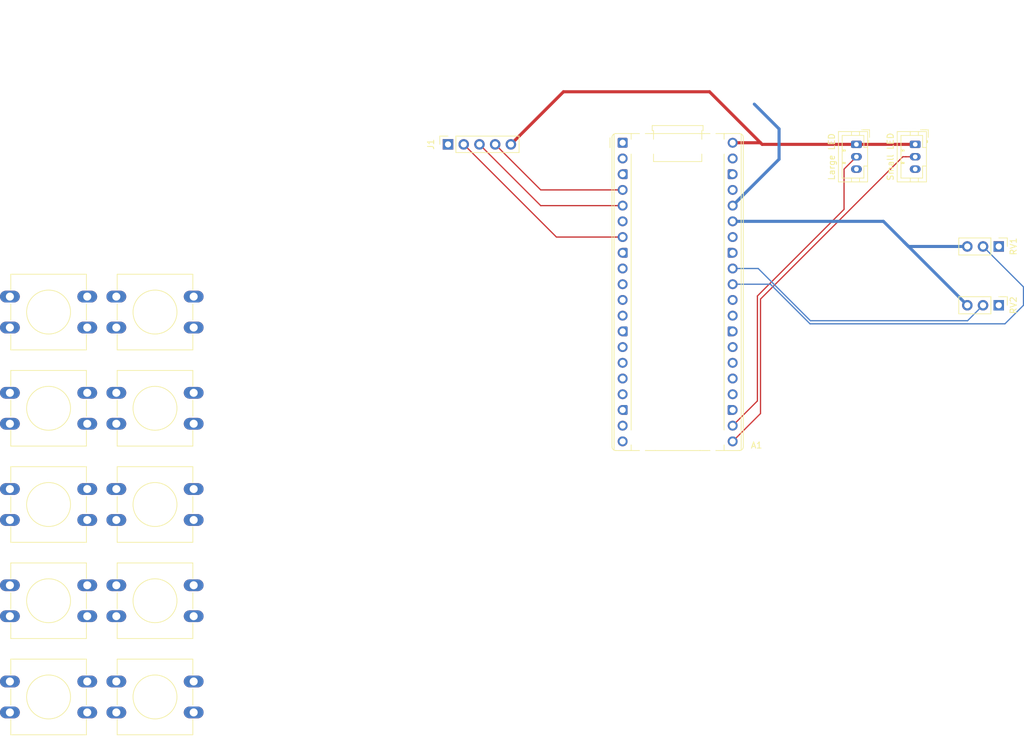
<source format=kicad_pcb>
(kicad_pcb (version 20241229) (generator "pcbnew") (generator_version "9.0")
  (layers (0 "F.Cu" signal) (2 "B.Cu" signal) (13 "F.Paste" user) (15 "B.Paste" user) (5 "F.SilkS" user "F.Silkscreen") (7 "B.SilkS" user "B.Silkscreen") (1 "F.Mask" user) (3 "B.Mask" user) (25 "Edge.Cuts" user))
  (net 0 "")
  (net 12 "Net-(A1-GPIO3)")
  (net 13 "GND")
  (net 14 "Net-(A1-ADC_VREF)")
  (net 15 "Net-(A1-GPIO2)")
  (net 16 "Net-(A1-GPIO17)")
  (net 17 "Net-(A1-GPIO27_ADC1)")
  (net 18 "Net-(A1-AGND)")
  (net 19 "+3.3V")
  (net 20 "Net-(A1-GPIO26_ADC0)")
  (net 21 "Net-(A1-GPIO5)")
  (net 22 "Net-(A1-GPIO16)")
  (net 23 "+5V")
  (net 24 "/GP12")
  (net 25 "/GP14")
  (net 26 "/GP11")
  (net 27 "/GP8")
  (net 28 "/GP7")
  (net 29 "/GP15")
  (net 30 "/GP13")
  (net 32 "/GP6")
  (net 33 "/GP10")
  (net 34 "/GP9")
  (footprint "Connector_PinHeader_2.54mm:PinHeader_1x03_P2.54mm_Vertical" (layer "F.Cu") (at 198 109 -90)
    (property "Reference" "RV2" (at 0 -2.38 90) (layer "F.SilkS"))
    (property "Value" "R_1" (hide yes))
    (fp_line (start -1.38 6.46) (end 1.38 6.46) (stroke (width 0.12)) (layer "F.SilkS"))
    (fp_line (start -1.38 1.27) (end -1.38 6.46) (stroke (width 0.12)) (layer "F.SilkS"))
    (fp_line (start -1.38 1.27) (end 1.38 1.27) (stroke (width 0.12)) (layer "F.SilkS"))
    (fp_line (start 1.38 1.27) (end 1.38 6.46) (stroke (width 0.12)) (layer "F.SilkS"))
    (fp_line (start -1.38 0) (end -1.38 -1.38) (stroke (width 0.12)) (layer "F.SilkS"))
    (fp_line (start -1.38 -1.38) (end 0 -1.38) (stroke (width 0.12)) (layer "F.SilkS"))
    (pad "1" thru_hole rect (at 0 0 270) (size 1.7 1.7) (drill 1) (layers "*.Cu" "*.Mask") (net 18 "Net-(A1-AGND)"))
    (pad "2" thru_hole circle (at 0 2.54 270) (size 1.7 1.7) (drill 1) (layers "*.Cu" "*.Mask") (net 17 "Net-(A1-GPIO27_ADC1)"))
    (pad "3" thru_hole circle (at 0 5.08 270) (size 1.7 1.7) (drill 1) (layers "*.Cu" "*.Mask") (net 14 "Net-(A1-ADC_VREF)"))
  )
  (footprint "Connector_JST:JST_PH_B3B-PH-K_1x03_P2.00mm_Vertical" (layer "F.Cu") (at 175 83 -90)
    (property "Reference" "J2" (hide yes))
    (property "Value" "Large LED" (at 2 4 90) (layer "F.SilkS"))
    (fp_line (start -2.06 2.91) (end 6.06 2.91) (stroke (width 0.12)) (layer "F.SilkS"))
    (fp_line (start 6.06 2.91) (end 6.06 -1.81) (stroke (width 0.12)) (layer "F.SilkS"))
    (fp_line (start -1.45 2.3) (end 5.45 2.3) (stroke (width 0.12)) (layer "F.SilkS"))
    (fp_line (start 0.9 2.3) (end 0.9 1.8) (stroke (width 0.12)) (layer "F.SilkS"))
    (fp_line (start 1 2.3) (end 1 1.8) (stroke (width 0.12)) (layer "F.SilkS"))
    (fp_line (start 2.9 2.3) (end 2.9 1.8) (stroke (width 0.12)) (layer "F.SilkS"))
    (fp_line (start 3 2.3) (end 3 1.8) (stroke (width 0.12)) (layer "F.SilkS"))
    (fp_line (start 5.45 2.3) (end 5.45 -1.2) (stroke (width 0.12)) (layer "F.SilkS"))
    (fp_line (start 0.9 1.8) (end 1.1 1.8) (stroke (width 0.12)) (layer "F.SilkS"))
    (fp_line (start 1.1 1.8) (end 1.1 2.3) (stroke (width 0.12)) (layer "F.SilkS"))
    (fp_line (start 2.9 1.8) (end 3.1 1.8) (stroke (width 0.12)) (layer "F.SilkS"))
    (fp_line (start 3.1 1.8) (end 3.1 2.3) (stroke (width 0.12)) (layer "F.SilkS"))
    (fp_line (start -2.06 0.8) (end -1.45 0.8) (stroke (width 0.12)) (layer "F.SilkS"))
    (fp_line (start 6.06 0.8) (end 5.45 0.8) (stroke (width 0.12)) (layer "F.SilkS"))
    (fp_line (start -2.06 -0.5) (end -1.45 -0.5) (stroke (width 0.12)) (layer "F.SilkS"))
    (fp_line (start 6.06 -0.5) (end 5.45 -0.5) (stroke (width 0.12)) (layer "F.SilkS"))
    (fp_line (start -1.45 -1.2) (end -1.45 2.3) (stroke (width 0.12)) (layer "F.SilkS"))
    (fp_line (start 0.5 -1.2) (end -1.45 -1.2) (stroke (width 0.12)) (layer "F.SilkS"))
    (fp_line (start 3.5 -1.2) (end 3.5 -1.81) (stroke (width 0.12)) (layer "F.SilkS"))
    (fp_line (start 5.45 -1.2) (end 3.5 -1.2) (stroke (width 0.12)) (layer "F.SilkS"))
    (fp_line (start -2.06 -1.81) (end -2.06 2.91) (stroke (width 0.12)) (layer "F.SilkS"))
    (fp_line (start -0.3 -1.81) (end -0.3 -2.01) (stroke (width 0.12)) (layer "F.SilkS"))
    (fp_line (start 0.5 -1.81) (end 0.5 -1.2) (stroke (width 0.12)) (layer "F.SilkS"))
    (fp_line (start 6.06 -1.81) (end -2.06 -1.81) (stroke (width 0.12)) (layer "F.SilkS"))
    (fp_line (start -0.3 -1.91) (end -0.6 -1.91) (stroke (width 0.12)) (layer "F.SilkS"))
    (fp_line (start -0.6 -2.01) (end -0.6 -1.81) (stroke (width 0.12)) (layer "F.SilkS"))
    (fp_line (start -0.3 -2.01) (end -0.6 -2.01) (stroke (width 0.12)) (layer "F.SilkS"))
    (fp_line (start -2.36 -2.11) (end -2.36 -0.86) (stroke (width 0.12)) (layer "F.SilkS"))
    (fp_line (start -1.11 -2.11) (end -2.36 -2.11) (stroke (width 0.12)) (layer "F.SilkS"))
    (pad "1" thru_hole roundrect (at 0 0 270) (size 1.2 1.75) (drill 0.75) (layers "*.Cu" "*.Mask") (roundrect_rratio 0.208333) (net 23 "+5V"))
    (pad "2" thru_hole oval (at 2 0 270) (size 1.2 1.75) (drill 0.75) (layers "*.Cu" "*.Mask") (net 16 "Net-(A1-GPIO17)"))
    (pad "3" thru_hole oval (at 4 0 270) (size 1.2 1.75) (drill 0.75) (layers "*.Cu" "*.Mask") (net 13 "GND"))
  )
  (footprint "Button_Switch_THT:SW_PUSH-12mm" (layer "F.Cu") (at 67.9 174.8 180)
    (property "Reference" "SW1" (hide yes))
    (property "Value" "SW_Push" (hide yes))
    (fp_line (start 12.36 8.61) (end 0.14 8.61) (stroke (width 0.12)) (layer "F.SilkS"))
    (fp_line (start 12.36 6.1) (end 12.36 8.61) (stroke (width 0.12)) (layer "F.SilkS"))
    (fp_line (start 12.36 1.2) (end 12.36 3.8) (stroke (width 0.12)) (layer "F.SilkS"))
    (fp_line (start 12.36 -3.61) (end 12.36 -1.1) (stroke (width 0.12)) (layer "F.SilkS"))
    (fp_line (start 0.14 6.1) (end 0.14 8.61) (stroke (width 0.12)) (layer "F.SilkS"))
    (fp_line (start 0.14 1.2) (end 0.14 3.8) (stroke (width 0.12)) (layer "F.SilkS"))
    (fp_line (start 0.14 -3.61) (end 12.36 -3.61) (stroke (width 0.12)) (layer "F.SilkS"))
    (fp_line (start 0.14 -3.61) (end 0.14 -1.1) (stroke (width 0.12)) (layer "F.SilkS"))
    (fp_circle (center 6.25 2.5) (end 9.8 2.5) (stroke (width 0.12)) (fill no) (layer "F.SilkS"))
    (pad "1" thru_hole oval (at 0 0 180) (size 3.2 1.9) (drill 1.3) (layers "*.Cu" "*.Mask") (net 19 "+3.3V"))
    (pad "1" thru_hole oval (at 12.5 0 180) (size 3.2 1.9) (drill 1.3) (layers "*.Cu" "*.Mask") (net 19 "+3.3V"))
    (pad "2" thru_hole oval (at 0 5 180) (size 3.2 1.9) (drill 1.3) (layers "*.Cu" "*.Mask") (net 32 "/GP6"))
    (pad "2" thru_hole oval (at 12.5 5 180) (size 3.2 1.9) (drill 1.3) (layers "*.Cu" "*.Mask") (net 32 "/GP6"))
  )
  (footprint "Button_Switch_THT:SW_PUSH-12mm" (layer "F.Cu") (at 50.7 112.6 180)
    (property "Reference" "SW10" (hide yes))
    (property "Value" "SW_Push" (hide yes))
    (fp_line (start 12.36 8.61) (end 0.14 8.61) (stroke (width 0.12)) (layer "F.SilkS"))
    (fp_line (start 12.36 6.1) (end 12.36 8.61) (stroke (width 0.12)) (layer "F.SilkS"))
    (fp_line (start 12.36 1.2) (end 12.36 3.8) (stroke (width 0.12)) (layer "F.SilkS"))
    (fp_line (start 12.36 -3.61) (end 12.36 -1.1) (stroke (width 0.12)) (layer "F.SilkS"))
    (fp_line (start 0.14 6.1) (end 0.14 8.61) (stroke (width 0.12)) (layer "F.SilkS"))
    (fp_line (start 0.14 1.2) (end 0.14 3.8) (stroke (width 0.12)) (layer "F.SilkS"))
    (fp_line (start 0.14 -3.61) (end 12.36 -3.61) (stroke (width 0.12)) (layer "F.SilkS"))
    (fp_line (start 0.14 -3.61) (end 0.14 -1.1) (stroke (width 0.12)) (layer "F.SilkS"))
    (fp_circle (center 6.25 2.5) (end 9.8 2.5) (stroke (width 0.12)) (fill no) (layer "F.SilkS"))
    (pad "1" thru_hole oval (at 0 0 180) (size 3.2 1.9) (drill 1.3) (layers "*.Cu" "*.Mask") (net 19 "+3.3V"))
    (pad "1" thru_hole oval (at 12.5 0 180) (size 3.2 1.9) (drill 1.3) (layers "*.Cu" "*.Mask") (net 19 "+3.3V"))
    (pad "2" thru_hole oval (at 0 5 180) (size 3.2 1.9) (drill 1.3) (layers "*.Cu" "*.Mask") (net 29 "/GP15"))
    (pad "2" thru_hole oval (at 12.5 5 180) (size 3.2 1.9) (drill 1.3) (layers "*.Cu" "*.Mask") (net 29 "/GP15"))
  )
  (footprint "Connector_PinSocket_2.54mm:PinSocket_1x05_P2.54mm_Vertical" (layer "F.Cu") (at 109 83 90)
    (property "Reference" "J1" (at 0 -2.77 90) (layer "F.SilkS"))
    (property "Value" "MAX7219")
    (fp_line (start 1.33 -1.33) (end 1.33 0) (stroke (width 0.12)) (layer "F.SilkS"))
    (fp_line (start 0 -1.33) (end 1.33 -1.33) (stroke (width 0.12)) (layer "F.SilkS"))
    (fp_line (start 1.33 1.27) (end 1.33 11.49) (stroke (width 0.12)) (layer "F.SilkS"))
    (fp_line (start -1.33 1.27) (end 1.33 1.27) (stroke (width 0.12)) (layer "F.SilkS"))
    (fp_line (start -1.33 1.27) (end -1.33 11.49) (stroke (width 0.12)) (layer "F.SilkS"))
    (fp_line (start -1.33 11.49) (end 1.33 11.49) (stroke (width 0.12)) (layer "F.SilkS"))
    (pad "1" thru_hole rect (at 0 0 90) (size 1.7 1.7) (drill 1) (layers "*.Cu" "*.Mask") (net 13 "GND"))
    (pad "2" thru_hole circle (at 0 2.54 90) (size 1.7 1.7) (drill 1) (layers "*.Cu" "*.Mask") (net 21 "Net-(A1-GPIO5)"))
    (pad "3" thru_hole circle (at 0 5.08 90) (size 1.7 1.7) (drill 1) (layers "*.Cu" "*.Mask") (net 12 "Net-(A1-GPIO3)"))
    (pad "4" thru_hole circle (at 0 7.62 90) (size 1.7 1.7) (drill 1) (layers "*.Cu" "*.Mask") (net 15 "Net-(A1-GPIO2)"))
    (pad "5" thru_hole circle (at 0 10.16 90) (size 1.7 1.7) (drill 1) (layers "*.Cu" "*.Mask") (net 23 "+5V"))
  )
  (footprint "Module:RaspberryPi_Pico_Common_THT" (layer "F.Cu") (at 137.22 82.74)
    (property "Reference" "A1" (at 20.6375 48.895 0) (layer "F.SilkS") (effects (justify left)))
    (property "Value" "RaspberryPi_Pico")
    (fp_line (start -2.04 0.8) (end -2.04 -0.8) (stroke (width 0.12)) (layer "F.SilkS"))
    (fp_line (start -1.72 -0.87) (end -1.72 49.13) (stroke (width 0.12)) (layer "F.SilkS"))
    (fp_line (start -1.38 -1.417) (end -1.38 49.677) (stroke (width 0.12)) (layer "F.SilkS"))
    (fp_line (start -1.11 -1.48) (end 1.38 -1.48) (stroke (width 0.12)) (layer "F.SilkS"))
    (fp_line (start -1.11 49.74) (end 2.727939 49.74) (stroke (width 0.12)) (layer "F.SilkS"))
    (fp_line (start 1.38 -1.48) (end 1.38 -0.56648) (stroke (width 0.12)) (layer "F.SilkS"))
    (fp_line (start 1.38 -1.48) (end 2.72794 -1.48) (stroke (width 0.12)) (layer "F.SilkS"))
    (fp_line (start 1.38 1.82648) (end 1.38 46.43352) (stroke (width 0.12)) (layer "F.SilkS"))
    (fp_line (start 1.38 48.82648) (end 1.38 49.74) (stroke (width 0.12)) (layer "F.SilkS"))
    (fp_line (start 3.652061 -1.48) (end 4.655 -1.48) (stroke (width 0.12)) (layer "F.SilkS"))
    (fp_line (start 4.655 -1.48) (end 13.125 -1.48) (stroke (width 0.12)) (layer "F.SilkS"))
    (fp_line (start 4.78 -2.78) (end 4.78 -1.96) (stroke (width 0.12)) (layer "F.SilkS"))
    (fp_line (start 4.78 -2.78) (end 13 -2.78) (stroke (width 0.12)) (layer "F.SilkS"))
    (fp_line (start 4.78 -1.96) (end 4.99 -1.96) (stroke (width 0.12)) (layer "F.SilkS"))
    (fp_line (start 4.99 -1.96) (end 4.99 -0.564) (stroke (width 0.12)) (layer "F.SilkS"))
    (fp_line (start 4.99 1.824) (end 4.99 3.04) (stroke (width 0.12)) (layer "F.SilkS"))
    (fp_line (start 5.29 49.74) (end 3.652061 49.74) (stroke (width 0.12)) (layer "F.SilkS"))
    (fp_line (start 12.49 49.74) (end 5.29 49.74) (stroke (width 0.12)) (layer "F.SilkS"))
    (fp_line (start 12.79 -1.96) (end 12.79 -0.564) (stroke (width 0.12)) (layer "F.SilkS"))
    (fp_line (start 12.79 1.824) (end 12.79 3.04) (stroke (width 0.12)) (layer "F.SilkS"))
    (fp_line (start 12.79 3.04) (end 4.99 3.04) (stroke (width 0.12)) (layer "F.SilkS"))
    (fp_line (start 13 -2.78) (end 13 -1.96) (stroke (width 0.12)) (layer "F.SilkS"))
    (fp_line (start 13 -1.96) (end 12.79 -1.96) (stroke (width 0.12)) (layer "F.SilkS"))
    (fp_line (start 13.125 -1.48) (end 14.127939 -1.48) (stroke (width 0.12)) (layer "F.SilkS"))
    (fp_line (start 14.127939 49.74) (end 12.49 49.74) (stroke (width 0.12)) (layer "F.SilkS"))
    (fp_line (start 15.052061 -1.48) (end 16.4 -1.48) (stroke (width 0.12)) (layer "F.SilkS"))
    (fp_line (start 15.052061 49.74) (end 18.89 49.74) (stroke (width 0.12)) (layer "F.SilkS"))
    (fp_line (start 16.4 -1.48) (end 16.4 -0.56648) (stroke (width 0.12)) (layer "F.SilkS"))
    (fp_line (start 16.4 1.82648) (end 16.4 46.43352) (stroke (width 0.12)) (layer "F.SilkS"))
    (fp_line (start 16.4 48.82648) (end 16.4 49.74) (stroke (width 0.12)) (layer "F.SilkS"))
    (fp_line (start 18.89 -1.48) (end 16.4 -1.48) (stroke (width 0.12)) (layer "F.SilkS"))
    (fp_line (start 19.16 49.677) (end 19.16 -1.417) (stroke (width 0.12)) (layer "F.SilkS"))
    (fp_line (start 19.5 -0.87) (end 19.5 49.13) (stroke (width 0.12)) (layer "F.SilkS"))
    (fp_arc (start -1.72 -0.87) (mid -1.541335 -1.301335) (end -1.11 -1.48) (stroke (width 0.12)) (layer "F.SilkS"))
    (fp_arc (start -1.11 49.74) (mid -1.541364 49.561364) (end -1.72 49.13) (stroke (width 0.12)) (layer "F.SilkS"))
    (fp_arc (start 18.89 -1.48) (mid 19.321335 -1.301335) (end 19.5 -0.87) (stroke (width 0.12)) (layer "F.SilkS"))
    (fp_arc (start 19.5 49.13) (mid 19.321335 49.561335) (end 18.89 49.74) (stroke (width 0.12)) (layer "F.SilkS"))
    (pad "1" thru_hole roundrect (at 0 0) (size 1.6 1.6) (drill 1) (layers "*.Cu" "*.Mask") (roundrect_rratio 0.125))
    (pad "2" thru_hole circle (at 0 2.54) (size 1.6 1.6) (drill 1) (layers "*.Cu" "*.Mask"))
    (pad "3" thru_hole custom (at 0 5.08) (size 1.6 1.6) (drill 1) (layers "*.Cu" "*.Mask") (net 13 "GND") (options (clearance outline) (anchor circle)) (primitives (gr_poly (pts (xy 0.8 0.6) (xy 0.8 -0.6) (xy 0.6 -0.8) (xy 0 -0.8) (xy 0 0.8) (xy 0.6 0.8)) (width 0) (fill yes)) (gr_circle (center 0.6 0.6) (end 0.8 0.6) (width 0) (fill yes)) (gr_circle (center 0.6 -0.6) (end 0.8 -0.6) (width 0) (fill yes))))
    (pad "4" thru_hole circle (at 0 7.62) (size 1.6 1.6) (drill 1) (layers "*.Cu" "*.Mask") (net 15 "Net-(A1-GPIO2)"))
    (pad "5" thru_hole circle (at 0 10.16) (size 1.6 1.6) (drill 1) (layers "*.Cu" "*.Mask") (net 12 "Net-(A1-GPIO3)"))
    (pad "6" thru_hole circle (at 0 12.7) (size 1.6 1.6) (drill 1) (layers "*.Cu" "*.Mask"))
    (pad "7" thru_hole circle (at 0 15.24) (size 1.6 1.6) (drill 1) (layers "*.Cu" "*.Mask") (net 21 "Net-(A1-GPIO5)"))
    (pad "8" thru_hole custom (at 0 17.78) (size 1.6 1.6) (drill 1) (layers "*.Cu" "*.Mask") (net 13 "GND") (options (clearance outline) (anchor circle)) (primitives (gr_poly (pts (xy 0.8 0.6) (xy 0.8 -0.6) (xy 0.6 -0.8) (xy 0 -0.8) (xy 0 0.8) (xy 0.6 0.8)) (width 0) (fill yes)) (gr_circle (center 0.6 0.6) (end 0.8 0.6) (width 0) (fill yes)) (gr_circle (center 0.6 -0.6) (end 0.8 -0.6) (width 0) (fill yes))))
    (pad "9" thru_hole circle (at 0 20.32) (size 1.6 1.6) (drill 1) (layers "*.Cu" "*.Mask") (net 32 "/GP6"))
    (pad "10" thru_hole circle (at 0 22.86) (size 1.6 1.6) (drill 1) (layers "*.Cu" "*.Mask") (net 28 "/GP7"))
    (pad "11" thru_hole circle (at 0 25.4) (size 1.6 1.6) (drill 1) (layers "*.Cu" "*.Mask") (net 27 "/GP8"))
    (pad "12" thru_hole circle (at 0 27.94) (size 1.6 1.6) (drill 1) (layers "*.Cu" "*.Mask") (net 34 "/GP9"))
    (pad "13" thru_hole custom (at 0 30.48) (size 1.6 1.6) (drill 1) (layers "*.Cu" "*.Mask") (net 13 "GND") (options (clearance outline) (anchor circle)) (primitives (gr_poly (pts (xy 0.8 0.6) (xy 0.8 -0.6) (xy 0.6 -0.8) (xy 0 -0.8) (xy 0 0.8) (xy 0.6 0.8)) (width 0) (fill yes)) (gr_circle (center 0.6 0.6) (end 0.8 0.6) (width 0) (fill yes)) (gr_circle (center 0.6 -0.6) (end 0.8 -0.6) (width 0) (fill yes))))
    (pad "14" thru_hole circle (at 0 33.02) (size 1.6 1.6) (drill 1) (layers "*.Cu" "*.Mask") (net 33 "/GP10"))
    (pad "15" thru_hole circle (at 0 35.56) (size 1.6 1.6) (drill 1) (layers "*.Cu" "*.Mask") (net 26 "/GP11"))
    (pad "16" thru_hole circle (at 0 38.1) (size 1.6 1.6) (drill 1) (layers "*.Cu" "*.Mask") (net 24 "/GP12"))
    (pad "17" thru_hole circle (at 0 40.64) (size 1.6 1.6) (drill 1) (layers "*.Cu" "*.Mask") (net 30 "/GP13"))
    (pad "18" thru_hole custom (at 0 43.18) (size 1.6 1.6) (drill 1) (layers "*.Cu" "*.Mask") (net 13 "GND") (options (clearance outline) (anchor circle)) (primitives (gr_poly (pts (xy 0.8 0.6) (xy 0.8 -0.6) (xy 0.6 -0.8) (xy 0 -0.8) (xy 0 0.8) (xy 0.6 0.8)) (width 0) (fill yes)) (gr_circle (center 0.6 0.6) (end 0.8 0.6) (width 0) (fill yes)) (gr_circle (center 0.6 -0.6) (end 0.8 -0.6) (width 0) (fill yes))))
    (pad "19" thru_hole circle (at 0 45.72) (size 1.6 1.6) (drill 1) (layers "*.Cu" "*.Mask") (net 25 "/GP14"))
    (pad "20" thru_hole circle (at 0 48.26) (size 1.6 1.6) (drill 1) (layers "*.Cu" "*.Mask") (net 29 "/GP15"))
    (pad "21" thru_hole circle (at 17.78 48.26) (size 1.6 1.6) (drill 1) (layers "*.Cu" "*.Mask") (net 22 "Net-(A1-GPIO16)"))
    (pad "22" thru_hole circle (at 17.78 45.72) (size 1.6 1.6) (drill 1) (layers "*.Cu" "*.Mask") (net 16 "Net-(A1-GPIO17)"))
    (pad "23" thru_hole custom (at 17.78 43.18) (size 1.6 1.6) (drill 1) (layers "*.Cu" "*.Mask") (net 13 "GND") (options (clearance outline) (anchor circle)) (primitives (gr_poly (pts (xy -0.8 0.6) (xy -0.8 -0.6) (xy -0.6 -0.8) (xy 0 -0.8) (xy 0 0.8) (xy -0.6 0.8)) (width 0) (fill yes)) (gr_circle (center -0.6 0.6) (end -0.4 0.6) (width 0) (fill yes)) (gr_circle (center -0.6 -0.6) (end -0.4 -0.6) (width 0) (fill yes))))
    (pad "24" thru_hole circle (at 17.78 40.64) (size 1.6 1.6) (drill 1) (layers "*.Cu" "*.Mask"))
    (pad "25" thru_hole circle (at 17.78 38.1) (size 1.6 1.6) (drill 1) (layers "*.Cu" "*.Mask"))
    (pad "26" thru_hole circle (at 17.78 35.56) (size 1.6 1.6) (drill 1) (layers "*.Cu" "*.Mask"))
    (pad "27" thru_hole circle (at 17.78 33.02) (size 1.6 1.6) (drill 1) (layers "*.Cu" "*.Mask"))
    (pad "28" thru_hole custom (at 17.78 30.48) (size 1.6 1.6) (drill 1) (layers "*.Cu" "*.Mask") (net 13 "GND") (options (clearance outline) (anchor circle)) (primitives (gr_poly (pts (xy -0.8 0.6) (xy -0.8 -0.6) (xy -0.6 -0.8) (xy 0 -0.8) (xy 0 0.8) (xy -0.6 0.8)) (width 0) (fill yes)) (gr_circle (center -0.6 0.6) (end -0.4 0.6) (width 0) (fill yes)) (gr_circle (center -0.6 -0.6) (end -0.4 -0.6) (width 0) (fill yes))))
    (pad "29" thru_hole circle (at 17.78 27.94) (size 1.6 1.6) (drill 1) (layers "*.Cu" "*.Mask"))
    (pad "30" thru_hole circle (at 17.78 25.4) (size 1.6 1.6) (drill 1) (layers "*.Cu" "*.Mask"))
    (pad "31" thru_hole circle (at 17.78 22.86) (size 1.6 1.6) (drill 1) (layers "*.Cu" "*.Mask") (net 20 "Net-(A1-GPIO26_ADC0)"))
    (pad "32" thru_hole circle (at 17.78 20.32) (size 1.6 1.6) (drill 1) (layers "*.Cu" "*.Mask") (net 17 "Net-(A1-GPIO27_ADC1)"))
    (pad "33" thru_hole custom (at 17.78 17.78) (size 1.6 1.6) (drill 1) (layers "*.Cu" "*.Mask") (net 18 "Net-(A1-AGND)") (options (clearance outline) (anchor circle)) (primitives (gr_poly (pts (xy -0.8 0.6) (xy -0.8 -0.6) (xy -0.6 -0.8) (xy 0 -0.8) (xy 0 0.8) (xy -0.6 0.8)) (width 0) (fill yes)) (gr_circle (center -0.6 0.6) (end -0.4 0.6) (width 0) (fill yes)) (gr_circle (center -0.6 -0.6) (end -0.4 -0.6) (width 0) (fill yes))))
    (pad "34" thru_hole circle (at 17.78 15.24) (size 1.6 1.6) (drill 1) (layers "*.Cu" "*.Mask"))
    (pad "35" thru_hole circle (at 17.78 12.7) (size 1.6 1.6) (drill 1) (layers "*.Cu" "*.Mask") (net 14 "Net-(A1-ADC_VREF)"))
    (pad "36" thru_hole circle (at 17.78 10.16) (size 1.6 1.6) (drill 1) (layers "*.Cu" "*.Mask") (net 19 "+3.3V"))
    (pad "37" thru_hole circle (at 17.78 7.62) (size 1.6 1.6) (drill 1) (layers "*.Cu" "*.Mask"))
    (pad "38" thru_hole custom (at 17.78 5.08) (size 1.6 1.6) (drill 1) (layers "*.Cu" "*.Mask") (net 13 "GND") (options (clearance outline) (anchor circle)) (primitives (gr_poly (pts (xy -0.8 0.6) (xy -0.8 -0.6) (xy -0.6 -0.8) (xy 0 -0.8) (xy 0 0.8) (xy -0.6 0.8)) (width 0) (fill yes)) (gr_circle (center -0.6 0.6) (end -0.4 0.6) (width 0) (fill yes)) (gr_circle (center -0.6 -0.6) (end -0.4 -0.6) (width 0) (fill yes))))
    (pad "39" thru_hole circle (at 17.78 2.54) (size 1.6 1.6) (drill 1) (layers "*.Cu" "*.Mask"))
    (pad "40" thru_hole circle (at 17.78 0) (size 1.6 1.6) (drill 1) (layers "*.Cu" "*.Mask") (net 23 "+5V"))
  )
  (footprint "Button_Switch_THT:SW_PUSH-12mm" (layer "F.Cu") (at 67.9 112.6 180)
    (property "Reference" "SW5" (hide yes))
    (property "Value" "SW_Push" (hide yes))
    (fp_line (start 12.36 8.61) (end 0.14 8.61) (stroke (width 0.12)) (layer "F.SilkS"))
    (fp_line (start 12.36 6.1) (end 12.36 8.61) (stroke (width 0.12)) (layer "F.SilkS"))
    (fp_line (start 12.36 1.2) (end 12.36 3.8) (stroke (width 0.12)) (layer "F.SilkS"))
    (fp_line (start 12.36 -3.61) (end 12.36 -1.1) (stroke (width 0.12)) (layer "F.SilkS"))
    (fp_line (start 0.14 6.1) (end 0.14 8.61) (stroke (width 0.12)) (layer "F.SilkS"))
    (fp_line (start 0.14 1.2) (end 0.14 3.8) (stroke (width 0.12)) (layer "F.SilkS"))
    (fp_line (start 0.14 -3.61) (end 12.36 -3.61) (stroke (width 0.12)) (layer "F.SilkS"))
    (fp_line (start 0.14 -3.61) (end 0.14 -1.1) (stroke (width 0.12)) (layer "F.SilkS"))
    (fp_circle (center 6.25 2.5) (end 9.8 2.5) (stroke (width 0.12)) (fill no) (layer "F.SilkS"))
    (pad "1" thru_hole oval (at 0 0 180) (size 3.2 1.9) (drill 1.3) (layers "*.Cu" "*.Mask") (net 19 "+3.3V"))
    (pad "1" thru_hole oval (at 12.5 0 180) (size 3.2 1.9) (drill 1.3) (layers "*.Cu" "*.Mask") (net 19 "+3.3V"))
    (pad "2" thru_hole oval (at 0 5 180) (size 3.2 1.9) (drill 1.3) (layers "*.Cu" "*.Mask") (net 33 "/GP10"))
    (pad "2" thru_hole oval (at 12.5 5 180) (size 3.2 1.9) (drill 1.3) (layers "*.Cu" "*.Mask") (net 33 "/GP10"))
  )
  (footprint "Button_Switch_THT:SW_PUSH-12mm" (layer "F.Cu") (at 67.9 159.25 180)
    (property "Reference" "SW2" (hide yes))
    (property "Value" "SW_Push" (hide yes))
    (fp_line (start 12.36 8.61) (end 0.14 8.61) (stroke (width 0.12)) (layer "F.SilkS"))
    (fp_line (start 12.36 6.1) (end 12.36 8.61) (stroke (width 0.12)) (layer "F.SilkS"))
    (fp_line (start 12.36 1.2) (end 12.36 3.8) (stroke (width 0.12)) (layer "F.SilkS"))
    (fp_line (start 12.36 -3.61) (end 12.36 -1.1) (stroke (width 0.12)) (layer "F.SilkS"))
    (fp_line (start 0.14 6.1) (end 0.14 8.61) (stroke (width 0.12)) (layer "F.SilkS"))
    (fp_line (start 0.14 1.2) (end 0.14 3.8) (stroke (width 0.12)) (layer "F.SilkS"))
    (fp_line (start 0.14 -3.61) (end 12.36 -3.61) (stroke (width 0.12)) (layer "F.SilkS"))
    (fp_line (start 0.14 -3.61) (end 0.14 -1.1) (stroke (width 0.12)) (layer "F.SilkS"))
    (fp_circle (center 6.25 2.5) (end 9.8 2.5) (stroke (width 0.12)) (fill no) (layer "F.SilkS"))
    (pad "1" thru_hole oval (at 0 0 180) (size 3.2 1.9) (drill 1.3) (layers "*.Cu" "*.Mask") (net 19 "+3.3V"))
    (pad "1" thru_hole oval (at 12.5 0 180) (size 3.2 1.9) (drill 1.3) (layers "*.Cu" "*.Mask") (net 19 "+3.3V"))
    (pad "2" thru_hole oval (at 0 5 180) (size 3.2 1.9) (drill 1.3) (layers "*.Cu" "*.Mask") (net 28 "/GP7"))
    (pad "2" thru_hole oval (at 12.5 5 180) (size 3.2 1.9) (drill 1.3) (layers "*.Cu" "*.Mask") (net 28 "/GP7"))
  )
  (footprint "Connector_PinHeader_2.54mm:PinHeader_1x03_P2.54mm_Vertical" (layer "F.Cu") (at 198 99.5 -90)
    (property "Reference" "RV1" (at 0 -2.38 90) (layer "F.SilkS"))
    (property "Value" "R_1" (hide yes))
    (fp_line (start -1.38 6.46) (end 1.38 6.46) (stroke (width 0.12)) (layer "F.SilkS"))
    (fp_line (start -1.38 1.27) (end -1.38 6.46) (stroke (width 0.12)) (layer "F.SilkS"))
    (fp_line (start -1.38 1.27) (end 1.38 1.27) (stroke (width 0.12)) (layer "F.SilkS"))
    (fp_line (start 1.38 1.27) (end 1.38 6.46) (stroke (width 0.12)) (layer "F.SilkS"))
    (fp_line (start -1.38 0) (end -1.38 -1.38) (stroke (width 0.12)) (layer "F.SilkS"))
    (fp_line (start -1.38 -1.38) (end 0 -1.38) (stroke (width 0.12)) (layer "F.SilkS"))
    (pad "1" thru_hole rect (at 0 0 270) (size 1.7 1.7) (drill 1) (layers "*.Cu" "*.Mask") (net 18 "Net-(A1-AGND)"))
    (pad "2" thru_hole circle (at 0 2.54 270) (size 1.7 1.7) (drill 1) (layers "*.Cu" "*.Mask") (net 20 "Net-(A1-GPIO26_ADC0)"))
    (pad "3" thru_hole circle (at 0 5.08 270) (size 1.7 1.7) (drill 1) (layers "*.Cu" "*.Mask") (net 14 "Net-(A1-ADC_VREF)"))
  )
  (footprint "Button_Switch_THT:SW_PUSH-12mm" (layer "F.Cu") (at 67.9 128.15 180)
    (property "Reference" "SW4" (hide yes))
    (property "Value" "SW_Push" (hide yes))
    (fp_line (start 12.36 8.61) (end 0.14 8.61) (stroke (width 0.12)) (layer "F.SilkS"))
    (fp_line (start 12.36 6.1) (end 12.36 8.61) (stroke (width 0.12)) (layer "F.SilkS"))
    (fp_line (start 12.36 1.2) (end 12.36 3.8) (stroke (width 0.12)) (layer "F.SilkS"))
    (fp_line (start 12.36 -3.61) (end 12.36 -1.1) (stroke (width 0.12)) (layer "F.SilkS"))
    (fp_line (start 0.14 6.1) (end 0.14 8.61) (stroke (width 0.12)) (layer "F.SilkS"))
    (fp_line (start 0.14 1.2) (end 0.14 3.8) (stroke (width 0.12)) (layer "F.SilkS"))
    (fp_line (start 0.14 -3.61) (end 12.36 -3.61) (stroke (width 0.12)) (layer "F.SilkS"))
    (fp_line (start 0.14 -3.61) (end 0.14 -1.1) (stroke (width 0.12)) (layer "F.SilkS"))
    (fp_circle (center 6.25 2.5) (end 9.8 2.5) (stroke (width 0.12)) (fill no) (layer "F.SilkS"))
    (pad "1" thru_hole oval (at 0 0 180) (size 3.2 1.9) (drill 1.3) (layers "*.Cu" "*.Mask") (net 19 "+3.3V"))
    (pad "1" thru_hole oval (at 12.5 0 180) (size 3.2 1.9) (drill 1.3) (layers "*.Cu" "*.Mask") (net 19 "+3.3V"))
    (pad "2" thru_hole oval (at 0 5 180) (size 3.2 1.9) (drill 1.3) (layers "*.Cu" "*.Mask") (net 34 "/GP9"))
    (pad "2" thru_hole oval (at 12.5 5 180) (size 3.2 1.9) (drill 1.3) (layers "*.Cu" "*.Mask") (net 34 "/GP9"))
  )
  (footprint "Button_Switch_THT:SW_PUSH-12mm" (layer "F.Cu") (at 50.7 143.7 180)
    (property "Reference" "SW8" (hide yes))
    (property "Value" "SW_Push" (hide yes))
    (fp_line (start 12.36 8.61) (end 0.14 8.61) (stroke (width 0.12)) (layer "F.SilkS"))
    (fp_line (start 12.36 6.1) (end 12.36 8.61) (stroke (width 0.12)) (layer "F.SilkS"))
    (fp_line (start 12.36 1.2) (end 12.36 3.8) (stroke (width 0.12)) (layer "F.SilkS"))
    (fp_line (start 12.36 -3.61) (end 12.36 -1.1) (stroke (width 0.12)) (layer "F.SilkS"))
    (fp_line (start 0.14 6.1) (end 0.14 8.61) (stroke (width 0.12)) (layer "F.SilkS"))
    (fp_line (start 0.14 1.2) (end 0.14 3.8) (stroke (width 0.12)) (layer "F.SilkS"))
    (fp_line (start 0.14 -3.61) (end 12.36 -3.61) (stroke (width 0.12)) (layer "F.SilkS"))
    (fp_line (start 0.14 -3.61) (end 0.14 -1.1) (stroke (width 0.12)) (layer "F.SilkS"))
    (fp_circle (center 6.25 2.5) (end 9.8 2.5) (stroke (width 0.12)) (fill no) (layer "F.SilkS"))
    (pad "1" thru_hole oval (at 0 0 180) (size 3.2 1.9) (drill 1.3) (layers "*.Cu" "*.Mask") (net 19 "+3.3V"))
    (pad "1" thru_hole oval (at 12.5 0 180) (size 3.2 1.9) (drill 1.3) (layers "*.Cu" "*.Mask") (net 19 "+3.3V"))
    (pad "2" thru_hole oval (at 0 5 180) (size 3.2 1.9) (drill 1.3) (layers "*.Cu" "*.Mask") (net 30 "/GP13"))
    (pad "2" thru_hole oval (at 12.5 5 180) (size 3.2 1.9) (drill 1.3) (layers "*.Cu" "*.Mask") (net 30 "/GP13"))
  )
  (footprint "Button_Switch_THT:SW_PUSH-12mm" (layer "F.Cu") (at 50.7 159.25 180)
    (property "Reference" "SW7" (hide yes))
    (property "Value" "SW_Push" (hide yes))
    (fp_line (start 12.36 8.61) (end 0.14 8.61) (stroke (width 0.12)) (layer "F.SilkS"))
    (fp_line (start 12.36 6.1) (end 12.36 8.61) (stroke (width 0.12)) (layer "F.SilkS"))
    (fp_line (start 12.36 1.2) (end 12.36 3.8) (stroke (width 0.12)) (layer "F.SilkS"))
    (fp_line (start 12.36 -3.61) (end 12.36 -1.1) (stroke (width 0.12)) (layer "F.SilkS"))
    (fp_line (start 0.14 6.1) (end 0.14 8.61) (stroke (width 0.12)) (layer "F.SilkS"))
    (fp_line (start 0.14 1.2) (end 0.14 3.8) (stroke (width 0.12)) (layer "F.SilkS"))
    (fp_line (start 0.14 -3.61) (end 12.36 -3.61) (stroke (width 0.12)) (layer "F.SilkS"))
    (fp_line (start 0.14 -3.61) (end 0.14 -1.1) (stroke (width 0.12)) (layer "F.SilkS"))
    (fp_circle (center 6.25 2.5) (end 9.8 2.5) (stroke (width 0.12)) (fill no) (layer "F.SilkS"))
    (pad "1" thru_hole oval (at 0 0 180) (size 3.2 1.9) (drill 1.3) (layers "*.Cu" "*.Mask") (net 19 "+3.3V"))
    (pad "1" thru_hole oval (at 12.5 0 180) (size 3.2 1.9) (drill 1.3) (layers "*.Cu" "*.Mask") (net 19 "+3.3V"))
    (pad "2" thru_hole oval (at 0 5 180) (size 3.2 1.9) (drill 1.3) (layers "*.Cu" "*.Mask") (net 24 "/GP12"))
    (pad "2" thru_hole oval (at 12.5 5 180) (size 3.2 1.9) (drill 1.3) (layers "*.Cu" "*.Mask") (net 24 "/GP12"))
  )
  (footprint "Button_Switch_THT:SW_PUSH-12mm" (layer "F.Cu") (at 50.7 174.8 180)
    (property "Reference" "SW6" (hide yes))
    (property "Value" "SW_Push" (hide yes))
    (fp_line (start 12.36 8.61) (end 0.14 8.61) (stroke (width 0.12)) (layer "F.SilkS"))
    (fp_line (start 12.36 6.1) (end 12.36 8.61) (stroke (width 0.12)) (layer "F.SilkS"))
    (fp_line (start 12.36 1.2) (end 12.36 3.8) (stroke (width 0.12)) (layer "F.SilkS"))
    (fp_line (start 12.36 -3.61) (end 12.36 -1.1) (stroke (width 0.12)) (layer "F.SilkS"))
    (fp_line (start 0.14 6.1) (end 0.14 8.61) (stroke (width 0.12)) (layer "F.SilkS"))
    (fp_line (start 0.14 1.2) (end 0.14 3.8) (stroke (width 0.12)) (layer "F.SilkS"))
    (fp_line (start 0.14 -3.61) (end 12.36 -3.61) (stroke (width 0.12)) (layer "F.SilkS"))
    (fp_line (start 0.14 -3.61) (end 0.14 -1.1) (stroke (width 0.12)) (layer "F.SilkS"))
    (fp_circle (center 6.25 2.5) (end 9.8 2.5) (stroke (width 0.12)) (fill no) (layer "F.SilkS"))
    (pad "1" thru_hole oval (at 0 0 180) (size 3.2 1.9) (drill 1.3) (layers "*.Cu" "*.Mask") (net 19 "+3.3V"))
    (pad "1" thru_hole oval (at 12.5 0 180) (size 3.2 1.9) (drill 1.3) (layers "*.Cu" "*.Mask") (net 19 "+3.3V"))
    (pad "2" thru_hole oval (at 0 5 180) (size 3.2 1.9) (drill 1.3) (layers "*.Cu" "*.Mask") (net 26 "/GP11"))
    (pad "2" thru_hole oval (at 12.5 5 180) (size 3.2 1.9) (drill 1.3) (layers "*.Cu" "*.Mask") (net 26 "/GP11"))
  )
  (footprint "Button_Switch_THT:SW_PUSH-12mm" (layer "F.Cu") (at 67.9 143.7 180)
    (property "Reference" "SW3" (hide yes))
    (property "Value" "SW_Push" (hide yes))
    (fp_line (start 12.36 8.61) (end 0.14 8.61) (stroke (width 0.12)) (layer "F.SilkS"))
    (fp_line (start 12.36 6.1) (end 12.36 8.61) (stroke (width 0.12)) (layer "F.SilkS"))
    (fp_line (start 12.36 1.2) (end 12.36 3.8) (stroke (width 0.12)) (layer "F.SilkS"))
    (fp_line (start 12.36 -3.61) (end 12.36 -1.1) (stroke (width 0.12)) (layer "F.SilkS"))
    (fp_line (start 0.14 6.1) (end 0.14 8.61) (stroke (width 0.12)) (layer "F.SilkS"))
    (fp_line (start 0.14 1.2) (end 0.14 3.8) (stroke (width 0.12)) (layer "F.SilkS"))
    (fp_line (start 0.14 -3.61) (end 12.36 -3.61) (stroke (width 0.12)) (layer "F.SilkS"))
    (fp_line (start 0.14 -3.61) (end 0.14 -1.1) (stroke (width 0.12)) (layer "F.SilkS"))
    (fp_circle (center 6.25 2.5) (end 9.8 2.5) (stroke (width 0.12)) (fill no) (layer "F.SilkS"))
    (pad "1" thru_hole oval (at 0 0 180) (size 3.2 1.9) (drill 1.3) (layers "*.Cu" "*.Mask") (net 19 "+3.3V"))
    (pad "1" thru_hole oval (at 12.5 0 180) (size 3.2 1.9) (drill 1.3) (layers "*.Cu" "*.Mask") (net 19 "+3.3V"))
    (pad "2" thru_hole oval (at 0 5 180) (size 3.2 1.9) (drill 1.3) (layers "*.Cu" "*.Mask") (net 27 "/GP8"))
    (pad "2" thru_hole oval (at 12.5 5 180) (size 3.2 1.9) (drill 1.3) (layers "*.Cu" "*.Mask") (net 27 "/GP8"))
  )
  (footprint "Connector_JST:JST_PH_B3B-PH-K_1x03_P2.00mm_Vertical" (layer "F.Cu") (at 184.5 83 -90)
    (property "Reference" "J3" (hide yes))
    (property "Value" "Small LED" (at 2 4 90) (layer "F.SilkS"))
    (fp_line (start -2.06 2.91) (end 6.06 2.91) (stroke (width 0.12)) (layer "F.SilkS"))
    (fp_line (start 6.06 2.91) (end 6.06 -1.81) (stroke (width 0.12)) (layer "F.SilkS"))
    (fp_line (start -1.45 2.3) (end 5.45 2.3) (stroke (width 0.12)) (layer "F.SilkS"))
    (fp_line (start 0.9 2.3) (end 0.9 1.8) (stroke (width 0.12)) (layer "F.SilkS"))
    (fp_line (start 1 2.3) (end 1 1.8) (stroke (width 0.12)) (layer "F.SilkS"))
    (fp_line (start 2.9 2.3) (end 2.9 1.8) (stroke (width 0.12)) (layer "F.SilkS"))
    (fp_line (start 3 2.3) (end 3 1.8) (stroke (width 0.12)) (layer "F.SilkS"))
    (fp_line (start 5.45 2.3) (end 5.45 -1.2) (stroke (width 0.12)) (layer "F.SilkS"))
    (fp_line (start 0.9 1.8) (end 1.1 1.8) (stroke (width 0.12)) (layer "F.SilkS"))
    (fp_line (start 1.1 1.8) (end 1.1 2.3) (stroke (width 0.12)) (layer "F.SilkS"))
    (fp_line (start 2.9 1.8) (end 3.1 1.8) (stroke (width 0.12)) (layer "F.SilkS"))
    (fp_line (start 3.1 1.8) (end 3.1 2.3) (stroke (width 0.12)) (layer "F.SilkS"))
    (fp_line (start -2.06 0.8) (end -1.45 0.8) (stroke (width 0.12)) (layer "F.SilkS"))
    (fp_line (start 6.06 0.8) (end 5.45 0.8) (stroke (width 0.12)) (layer "F.SilkS"))
    (fp_line (start -2.06 -0.5) (end -1.45 -0.5) (stroke (width 0.12)) (layer "F.SilkS"))
    (fp_line (start 6.06 -0.5) (end 5.45 -0.5) (stroke (width 0.12)) (layer "F.SilkS"))
    (fp_line (start -1.45 -1.2) (end -1.45 2.3) (stroke (width 0.12)) (layer "F.SilkS"))
    (fp_line (start 0.5 -1.2) (end -1.45 -1.2) (stroke (width 0.12)) (layer "F.SilkS"))
    (fp_line (start 3.5 -1.2) (end 3.5 -1.81) (stroke (width 0.12)) (layer "F.SilkS"))
    (fp_line (start 5.45 -1.2) (end 3.5 -1.2) (stroke (width 0.12)) (layer "F.SilkS"))
    (fp_line (start -2.06 -1.81) (end -2.06 2.91) (stroke (width 0.12)) (layer "F.SilkS"))
    (fp_line (start -0.3 -1.81) (end -0.3 -2.01) (stroke (width 0.12)) (layer "F.SilkS"))
    (fp_line (start 0.5 -1.81) (end 0.5 -1.2) (stroke (width 0.12)) (layer "F.SilkS"))
    (fp_line (start 6.06 -1.81) (end -2.06 -1.81) (stroke (width 0.12)) (layer "F.SilkS"))
    (fp_line (start -0.3 -1.91) (end -0.6 -1.91) (stroke (width 0.12)) (layer "F.SilkS"))
    (fp_line (start -0.6 -2.01) (end -0.6 -1.81) (stroke (width 0.12)) (layer "F.SilkS"))
    (fp_line (start -0.3 -2.01) (end -0.6 -2.01) (stroke (width 0.12)) (layer "F.SilkS"))
    (fp_line (start -2.36 -2.11) (end -2.36 -0.86) (stroke (width 0.12)) (layer "F.SilkS"))
    (fp_line (start -1.11 -2.11) (end -2.36 -2.11) (stroke (width 0.12)) (layer "F.SilkS"))
    (pad "1" thru_hole roundrect (at 0 0 270) (size 1.2 1.75) (drill 0.75) (layers "*.Cu" "*.Mask") (roundrect_rratio 0.208333) (net 23 "+5V"))
    (pad "2" thru_hole oval (at 2 0 270) (size 1.2 1.75) (drill 0.75) (layers "*.Cu" "*.Mask") (net 22 "Net-(A1-GPIO16)"))
    (pad "3" thru_hole oval (at 4 0 270) (size 1.2 1.75) (drill 0.75) (layers "*.Cu" "*.Mask") (net 13 "GND"))
  )
  (footprint "Button_Switch_THT:SW_PUSH-12mm" (layer "F.Cu") (at 50.7 128.15 180)
    (property "Reference" "SW9" (hide yes))
    (property "Value" "SW_Push" (hide yes))
    (fp_line (start 12.36 8.61) (end 0.14 8.61) (stroke (width 0.12)) (layer "F.SilkS"))
    (fp_line (start 12.36 6.1) (end 12.36 8.61) (stroke (width 0.12)) (layer "F.SilkS"))
    (fp_line (start 12.36 1.2) (end 12.36 3.8) (stroke (width 0.12)) (layer "F.SilkS"))
    (fp_line (start 12.36 -3.61) (end 12.36 -1.1) (stroke (width 0.12)) (layer "F.SilkS"))
    (fp_line (start 0.14 6.1) (end 0.14 8.61) (stroke (width 0.12)) (layer "F.SilkS"))
    (fp_line (start 0.14 1.2) (end 0.14 3.8) (stroke (width 0.12)) (layer "F.SilkS"))
    (fp_line (start 0.14 -3.61) (end 12.36 -3.61) (stroke (width 0.12)) (layer "F.SilkS"))
    (fp_line (start 0.14 -3.61) (end 0.14 -1.1) (stroke (width 0.12)) (layer "F.SilkS"))
    (fp_circle (center 6.25 2.5) (end 9.8 2.5) (stroke (width 0.12)) (fill no) (layer "F.SilkS"))
    (pad "1" thru_hole oval (at 0 0 180) (size 3.2 1.9) (drill 1.3) (layers "*.Cu" "*.Mask") (net 19 "+3.3V"))
    (pad "1" thru_hole oval (at 12.5 0 180) (size 3.2 1.9) (drill 1.3) (layers "*.Cu" "*.Mask") (net 19 "+3.3V"))
    (pad "2" thru_hole oval (at 0 5 180) (size 3.2 1.9) (drill 1.3) (layers "*.Cu" "*.Mask") (net 25 "/GP14"))
    (pad "2" thru_hole oval (at 12.5 5 180) (size 3.2 1.9) (drill 1.3) (layers "*.Cu" "*.Mask") (net 25 "/GP14"))
  )
  (segment (start 114.08 83) (end 123.98 92.9) (width 0.2) (layer "F.Cu") (net 12))
  (segment (start 123.98 92.9) (end 137.22 92.9) (width 0.2) (layer "F.Cu") (net 12))
  (segment (start 192.92 99.5) (end 183.42 99.5) (width 0.5) (layer "B.Cu") (net 14))
  (segment (start 182.71 98.79) (end 192.92 109) (width 0.5) (layer "B.Cu") (net 14))
  (segment (start 155 95.44) (end 179.36 95.44) (width 0.5) (layer "B.Cu") (net 14))
  (segment (start 183.42 99.5) (end 182.71 98.79) (width 0.5) (layer "B.Cu") (net 14))
  (segment (start 179.36 95.44) (end 182.71 98.79) (width 0.5) (layer "B.Cu") (net 14))
  (segment (start 116.62 83) (end 123.98 90.36) (width 0.2) (layer "F.Cu") (net 15))
  (segment (start 123.98 90.36) (end 137.22 90.36) (width 0.2) (layer "F.Cu") (net 15))
  (segment (start 159 107.5) (end 173 93.5) (width 0.2) (layer "F.Cu") (net 16))
  (segment (start 159 124.46) (end 159 107.5) (width 0.2) (layer "F.Cu") (net 16))
  (segment (start 155 128.46) (end 159 124.46) (width 0.2) (layer "F.Cu") (net 16))
  (segment (start 173 93.5) (end 173 87) (width 0.2) (layer "F.Cu") (net 16))
  (segment (start 173 87) (end 175 85) (width 0.2) (layer "F.Cu") (net 16))
  (segment (start 159.1271 103.06) (end 155 103.06) (width 0.2) (layer "B.Cu") (net 17))
  (segment (start 192.96 111.5) (end 167.5671 111.5) (width 0.2) (layer "B.Cu") (net 17))
  (segment (start 167.5671 111.5) (end 159.1271 103.06) (width 0.2) (layer "B.Cu") (net 17))
  (segment (start 195.46 109) (end 192.96 111.5) (width 0.2) (layer "B.Cu") (net 17))
  (segment (start 162.5 85.4) (end 155 92.9) (width 0.5) (layer "B.Cu") (net 19))
  (segment (start 158.5 76.5) (end 162.5 80.5) (width 0.5) (layer "B.Cu") (net 19))
  (segment (start 162.5 80.5) (end 162.5 85.4) (width 0.5) (layer "B.Cu") (net 19))
  (segment (start 155 105.6) (end 155 105.5) (width 0.2) (layer "F.Cu") (net 20))
  (segment (start 195.46 99.5) (end 202 106.04) (width 0.2) (layer "B.Cu") (net 20))
  (segment (start 167.5 112) (end 161.1 105.6) (width 0.2) (layer "B.Cu") (net 20))
  (segment (start 161.1 105.6) (end 155 105.6) (width 0.2) (layer "B.Cu") (net 20))
  (segment (start 202 109) (end 199 112) (width 0.2) (layer "B.Cu") (net 20))
  (segment (start 199 112) (end 167.5 112) (width 0.2) (layer "B.Cu") (net 20))
  (segment (start 202 106.04) (end 202 109) (width 0.2) (layer "B.Cu") (net 20))
  (segment (start 126.52 97.98) (end 137.22 97.98) (width 0.2) (layer "F.Cu") (net 21))
  (segment (start 111.54 83) (end 126.52 97.98) (width 0.2) (layer "F.Cu") (net 21))
  (segment (start 159.5 108) (end 182.5 85) (width 0.2) (layer "F.Cu") (net 22))
  (segment (start 182.5 85) (end 183 85) (width 0.2) (layer "F.Cu") (net 22))
  (segment (start 184.5 85) (end 183 85) (width 0.2) (layer "F.Cu") (net 22))
  (segment (start 155 131) (end 159.5 126.5) (width 0.2) (layer "F.Cu") (net 22))
  (segment (start 159.5 126.5) (end 159.5 108) (width 0.2) (layer "F.Cu") (net 22))
  (segment (start 175 83) (end 184.5 83) (width 0.5) (layer "F.Cu") (net 23))
  (segment (start 151.26 74.5) (end 159.5 82.74) (width 0.5) (layer "F.Cu") (net 23))
  (segment (start 159.5 82.74) (end 155 82.74) (width 0.5) (layer "F.Cu") (net 23))
  (segment (start 159.5 82.74) (end 159.76 83) (width 0.5) (layer "F.Cu") (net 23))
  (segment (start 159.76 83) (end 175 83) (width 0.5) (layer "F.Cu") (net 23))
  (segment (start 119.16 83) (end 127.66 74.5) (width 0.5) (layer "F.Cu") (net 23))
  (segment (start 127.66 74.5) (end 151.26 74.5) (width 0.5) (layer "F.Cu") (net 23))
)
</source>
